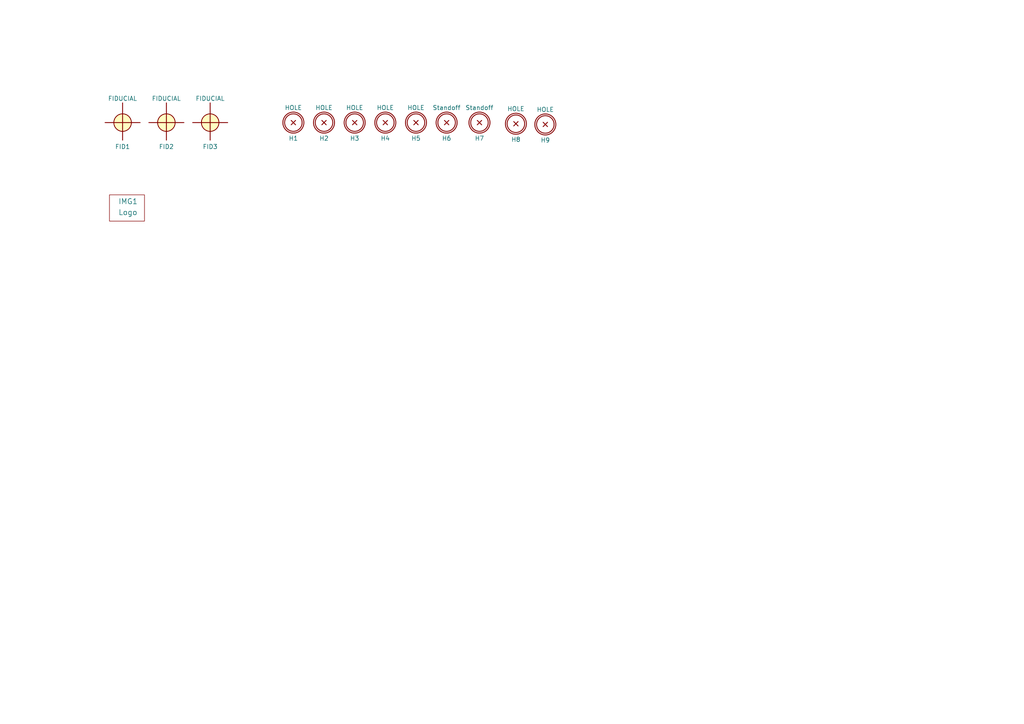
<source format=kicad_sch>
(kicad_sch (version 20211123) (generator eeschema)
  (paper "A4")
  (title_block (title "MOD DuoX - Bottom Board") (date "2022-01-26") (rev "Rev 2.0P2") (company "MOD Devices GmbH") (comment 1 "DuoX Audio processing board") (comment 2 "https://github.com/moddevices/mod-hw-duoX") (comment 3 "Inp Power: 12V 1A"))
  (lib_symbols
    (symbol "bottom-board-rescue:FIDUCIAL-local-components" (pin_numbers hide) (pin_names (offset 1.016))
      (property "Reference" "FID" (at 0 -6.985 0))
      (property "Value" "FIDUCIAL-local-components" (at 0 6.985 0))
      (symbol "FIDUCIAL-local-components_0_1"
        (polyline (pts (xy -5.08 0) (xy 5.08 0)) (stroke (width 0.254)))
        (polyline (pts (xy 0 5.715) (xy 0 -5.08)) (stroke (width 0.254)))
        (circle (center 0 0) (radius 2.54) (stroke (width 0.254)) (fill (type background)))
      )
    )
    (symbol "bottom-board-rescue:HOLE-local-components" (pin_numbers hide) (pin_names (offset 1.016))
      (property "Reference" "H" (at 0 -4.572 0))
      (property "Value" "HOLE-local-components" (at 0 4.318 0))
      (symbol "HOLE-local-components_0_1"
        (polyline (pts (xy -0.635 -0.635) (xy 0.635 0.635)) (stroke (width 0.254)))
        (polyline (pts (xy -0.635 0.635) (xy 0.635 -0.635)) (stroke (width 0.254)))
        (circle (center 0 0) (radius 2.54) (stroke (width 0.254)))
        (circle (center 0 0) (radius 3.048) (stroke (width 0.254)))
      )
    )
    (symbol "bottom-board-rescue:Logo-local-components" (pin_numbers hide) (pin_names (offset 0) hide)
      (property "Reference" "IMG" (at 0 1.27 0))
      (property "Value" "Logo-local-components" (at 0 -1.27 0))
      (symbol "Logo-local-components_0_1"
        (rectangle (start -5.08 3.81) (end 5.08 -3.81))
      )
    )
  )
  (symbol (lib_id "bottom-board-rescue:FIDUCIAL-local-components") (at 35.56 35.56 0) (unit 1)
    (property "Reference" "FID1" (at 35.56 42.545 0))
    (property "Value" "FIDUCIAL" (at 35.56 28.575 0))
    (property "Footprint" "footprints:fiducial_in-circuit" (effects hide))
  )
  (symbol (lib_id "bottom-board-rescue:HOLE-local-components") (at 85.09 35.56 0) (unit 1)
    (property "Reference" "H1" (at 85.09 40.132 0))
    (property "Value" "HOLE" (at 85.09 31.242 0))
    (property "Footprint" "MountingHole:MountingHole_3.5mm" (effects hide))
  )
  (symbol (lib_id "bottom-board-rescue:FIDUCIAL-local-components") (at 48.26 35.56 0) (unit 1)
    (property "Reference" "FID2" (at 48.26 42.545 0))
    (property "Value" "FIDUCIAL" (at 48.26 28.575 0))
    (property "Footprint" "footprints:fiducial_in-circuit" (effects hide))
  )
  (symbol (lib_id "bottom-board-rescue:FIDUCIAL-local-components") (at 60.96 35.56 0) (unit 1)
    (property "Reference" "FID3" (at 60.96 42.545 0))
    (property "Value" "FIDUCIAL" (at 60.96 28.575 0))
    (property "Footprint" "footprints:fiducial_in-circuit" (effects hide))
  )
  (symbol (lib_id "bottom-board-rescue:HOLE-local-components") (at 93.98 35.56 0) (unit 1)
    (property "Reference" "H2" (at 93.98 40.132 0))
    (property "Value" "HOLE" (at 93.98 31.242 0))
    (property "Footprint" "MountingHole:MountingHole_3.5mm" (effects hide))
  )
  (symbol (lib_id "bottom-board-rescue:HOLE-local-components") (at 102.87 35.56 0) (unit 1)
    (property "Reference" "H3" (at 102.87 40.132 0))
    (property "Value" "HOLE" (at 102.87 31.242 0))
    (property "Footprint" "MountingHole:MountingHole_3.5mm" (effects hide))
  )
  (symbol (lib_id "bottom-board-rescue:HOLE-local-components") (at 111.76 35.56 0) (unit 1)
    (property "Reference" "H4" (at 111.76 40.132 0))
    (property "Value" "HOLE" (at 111.76 31.242 0))
    (property "Footprint" "MountingHole:MountingHole_3.5mm" (effects hide))
  )
  (symbol (lib_id "bottom-board-rescue:HOLE-local-components") (at 120.65 35.56 0) (unit 1)
    (property "Reference" "H5" (at 120.65 40.132 0))
    (property "Value" "HOLE" (at 120.65 31.242 0))
    (property "Footprint" "MountingHole:MountingHole_3.5mm" (effects hide))
  )
  (symbol (lib_id "bottom-board-rescue:Logo-local-components") (at 36.83 60.325 0) (unit 1)
    (property "Reference" "IMG1" (at 34.29 58.42 0) (effects (font (size 1.524 1.524)) (justify left)))
    (property "Value" "Logo" (at 34.29 61.595 0) (effects (font (size 1.524 1.524)) (justify left)))
    (property "Footprint" "footprints:mod-logo" (effects hide))
  )
  (symbol (lib_id "bottom-board-rescue:HOLE-local-components") (at 129.54 35.56 0) (unit 1)
    (property "Reference" "H6" (at 129.54 40.132 0))
    (property "Value" "Standoff" (at 129.54 31.242 0))
    (property "Footprint" "MountingHole:MountingHole_3.2mm_M3_DIN965_Pad" (effects hide))
    (property "MPN" "9774030243R" (effects hide))
  )
  (symbol (lib_id "bottom-board-rescue:HOLE-local-components") (at 139.065 35.56 0) (unit 1)
    (property "Reference" "H7" (at 139.065 40.132 0))
    (property "Value" "Standoff" (at 139.065 31.242 0))
    (property "Footprint" "MountingHole:MountingHole_3.2mm_M3_DIN965_Pad" (effects hide))
    (property "MPN" "9774030243R" (effects hide))
  )
  (symbol (lib_id "bottom-board-rescue:HOLE-local-components") (at 149.6314 35.8902 0) (unit 1)
    (property "Reference" "H8" (at 149.6314 40.4622 0))
    (property "Value" "HOLE" (at 149.6314 31.5722 0))
    (property "Footprint" "MountingHole:MountingHole_2.7mm" (effects hide))
  )
  (symbol (lib_id "bottom-board-rescue:HOLE-local-components") (at 158.1658 36.0934 0) (unit 1)
    (property "Reference" "H9" (at 158.1658 40.6654 0))
    (property "Value" "HOLE" (at 158.1658 31.7754 0))
    (property "Footprint" "MountingHole:MountingHole_2.7mm" (effects hide))
  )
)
</source>
